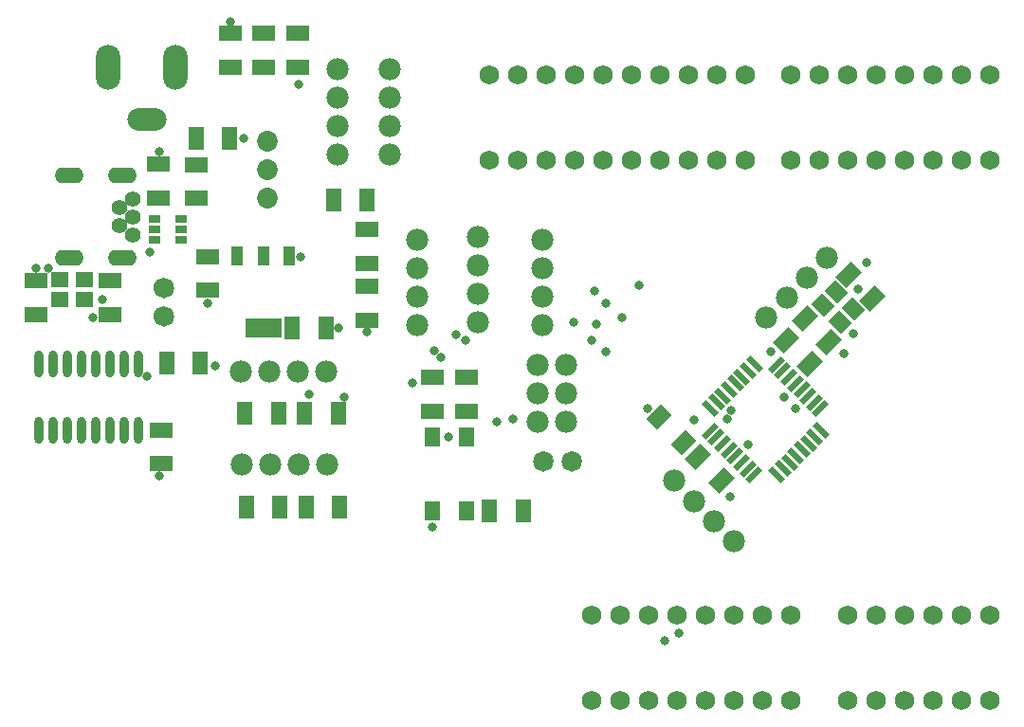
<source format=gts>
G04*
G04 #@! TF.GenerationSoftware,Altium Limited,Altium Designer,21.1.1 (26)*
G04*
G04 Layer_Color=8388736*
%FSLAX25Y25*%
%MOIN*%
G70*
G04*
G04 #@! TF.SameCoordinates,7D5D5EFA-C770-4444-A878-D417F12E0F6E*
G04*
G04*
G04 #@! TF.FilePolarity,Negative*
G04*
G01*
G75*
G04:AMPARAMS|DCode=25|XSize=54mil|YSize=73mil|CornerRadius=0mil|HoleSize=0mil|Usage=FLASHONLY|Rotation=135.000|XOffset=0mil|YOffset=0mil|HoleType=Round|Shape=Rectangle|*
%AMROTATEDRECTD25*
4,1,4,0.04490,0.00672,-0.00672,-0.04490,-0.04490,-0.00672,0.00672,0.04490,0.04490,0.00672,0.0*
%
%ADD25ROTATEDRECTD25*%

%ADD35C,0.00000*%
%ADD36R,0.07900X0.05200*%
%ADD37R,0.05524X0.06706*%
%ADD38R,0.05200X0.07900*%
G04:AMPARAMS|DCode=39|XSize=52mil|YSize=79mil|CornerRadius=0mil|HoleSize=0mil|Usage=FLASHONLY|Rotation=135.000|XOffset=0mil|YOffset=0mil|HoleType=Round|Shape=Rectangle|*
%AMROTATEDRECTD39*
4,1,4,0.04632,0.00955,-0.00955,-0.04632,-0.04632,-0.00955,0.00955,0.04632,0.04632,0.00955,0.0*
%
%ADD39ROTATEDRECTD39*%

G04:AMPARAMS|DCode=40|XSize=55.24mil|YSize=63.11mil|CornerRadius=0mil|HoleSize=0mil|Usage=FLASHONLY|Rotation=225.000|XOffset=0mil|YOffset=0mil|HoleType=Round|Shape=Rectangle|*
%AMROTATEDRECTD40*
4,1,4,-0.00278,0.04184,0.04184,-0.00278,0.00278,-0.04184,-0.04184,0.00278,-0.00278,0.04184,0.0*
%
%ADD40ROTATEDRECTD40*%

%ADD41R,0.04137X0.02956*%
%ADD42R,0.04100X0.07100*%
%ADD43R,0.13000X0.07100*%
%ADD44O,0.03200X0.09461*%
%ADD45R,0.06311X0.05524*%
G04:AMPARAMS|DCode=46|XSize=22mil|YSize=63.02mil|CornerRadius=0mil|HoleSize=0mil|Usage=FLASHONLY|Rotation=135.000|XOffset=0mil|YOffset=0mil|HoleType=Round|Shape=Rectangle|*
%AMROTATEDRECTD46*
4,1,4,0.03006,0.01450,-0.01450,-0.03006,-0.03006,-0.01450,0.01450,0.03006,0.03006,0.01450,0.0*
%
%ADD46ROTATEDRECTD46*%

G04:AMPARAMS|DCode=47|XSize=22mil|YSize=63.02mil|CornerRadius=0mil|HoleSize=0mil|Usage=FLASHONLY|Rotation=45.000|XOffset=0mil|YOffset=0mil|HoleType=Round|Shape=Rectangle|*
%AMROTATEDRECTD47*
4,1,4,0.01450,-0.03006,-0.03006,0.01450,-0.01450,0.03006,0.03006,-0.01450,0.01450,-0.03006,0.0*
%
%ADD47ROTATEDRECTD47*%

%ADD48C,0.07800*%
%ADD49C,0.07178*%
%ADD50C,0.07296*%
%ADD51O,0.13792X0.07887*%
%ADD52O,0.08674X0.15761*%
%ADD53C,0.06800*%
%ADD54O,0.10249X0.05524*%
%ADD55C,0.05524*%
%ADD56C,0.03300*%
D25*
X234849Y98151D02*
D03*
X226151Y106849D02*
D03*
D35*
X55390Y142500D02*
G03*
X55390Y142500I-3390J0D01*
G01*
Y152500D02*
G03*
X55390Y152500I-3390J0D01*
G01*
X198890Y91500D02*
G03*
X198890Y91500I-3390J0D01*
G01*
X188890D02*
G03*
X188890Y91500I-3390J0D01*
G01*
D36*
X87000Y230100D02*
D03*
Y241900D02*
D03*
X63500Y184000D02*
D03*
Y195800D02*
D03*
X158500Y120900D02*
D03*
Y109100D02*
D03*
X146500D02*
D03*
Y120900D02*
D03*
X33000Y154900D02*
D03*
Y143100D02*
D03*
X7000Y154900D02*
D03*
Y143100D02*
D03*
X99000Y230100D02*
D03*
Y241900D02*
D03*
X123500Y141100D02*
D03*
Y152900D02*
D03*
Y172900D02*
D03*
Y161100D02*
D03*
X51000Y102500D02*
D03*
Y90700D02*
D03*
X67500Y163500D02*
D03*
Y151700D02*
D03*
X75500Y230100D02*
D03*
Y241900D02*
D03*
X50000Y195900D02*
D03*
Y184100D02*
D03*
D37*
X158405Y99992D02*
D03*
X146595Y74008D02*
D03*
X158405D02*
D03*
X146595Y99992D02*
D03*
D38*
X113900Y75500D02*
D03*
X102100D02*
D03*
X113400Y108500D02*
D03*
X101600D02*
D03*
X166600Y74000D02*
D03*
X178400D02*
D03*
X92400Y108500D02*
D03*
X80600D02*
D03*
X92900Y75500D02*
D03*
X81100D02*
D03*
X111700Y183500D02*
D03*
X123500D02*
D03*
X75300Y205000D02*
D03*
X63500D02*
D03*
X53000Y126000D02*
D03*
X64800D02*
D03*
X97200Y138500D02*
D03*
X109000D02*
D03*
D39*
X239828Y93172D02*
D03*
X248172Y84828D02*
D03*
X292828Y157172D02*
D03*
X301172Y148828D02*
D03*
X285672Y133328D02*
D03*
X277328Y141672D02*
D03*
X279172Y125828D02*
D03*
X270828Y134172D02*
D03*
D40*
X294567Y144943D02*
D03*
X288443Y151068D02*
D03*
X289835Y140211D02*
D03*
X283710Y146336D02*
D03*
D41*
X58224Y176740D02*
D03*
Y173000D02*
D03*
Y169260D02*
D03*
X48923D02*
D03*
Y173000D02*
D03*
Y176740D02*
D03*
D42*
X77900Y163600D02*
D03*
X87000D02*
D03*
X96100D02*
D03*
D43*
X87000Y138400D02*
D03*
D44*
X43000Y125700D02*
D03*
X38000D02*
D03*
X33000D02*
D03*
X28000D02*
D03*
X23000D02*
D03*
X18000D02*
D03*
X13000D02*
D03*
X8000D02*
D03*
Y102300D02*
D03*
X13000D02*
D03*
X18000D02*
D03*
X23000D02*
D03*
X28000D02*
D03*
X33000D02*
D03*
X38000D02*
D03*
X43000D02*
D03*
D45*
X24000Y155193D02*
D03*
X15339D02*
D03*
X24000Y148500D02*
D03*
X15338D02*
D03*
D46*
X282970Y109914D02*
D03*
X280779Y112106D02*
D03*
X278516Y114369D02*
D03*
X276324Y116561D02*
D03*
X274061Y118824D02*
D03*
X271869Y121016D02*
D03*
X269606Y123278D02*
D03*
X267414Y125470D02*
D03*
X244029Y102086D02*
D03*
X246221Y99894D02*
D03*
X248484Y97631D02*
D03*
X250676Y95439D02*
D03*
X252939Y93176D02*
D03*
X255131Y90984D02*
D03*
X257394Y88722D02*
D03*
X259586Y86529D02*
D03*
D47*
X259722Y125607D02*
D03*
X257530Y123415D02*
D03*
X255268Y121152D02*
D03*
X253076Y118960D02*
D03*
X250813Y116697D02*
D03*
X248621Y114505D02*
D03*
X246358Y112243D02*
D03*
X244166Y110051D02*
D03*
X267551Y86666D02*
D03*
X269743Y88858D02*
D03*
X272005Y91121D02*
D03*
X274197Y93313D02*
D03*
X276460Y95575D02*
D03*
X278652Y97768D02*
D03*
X280915Y100030D02*
D03*
X283107Y102222D02*
D03*
D48*
X245571Y70429D02*
D03*
X252642Y63358D02*
D03*
X231429Y84571D02*
D03*
X238500Y77500D02*
D03*
X271000Y149000D02*
D03*
X263929Y141929D02*
D03*
X285142Y163142D02*
D03*
X278071Y156071D02*
D03*
X141000Y149500D02*
D03*
Y139500D02*
D03*
Y169500D02*
D03*
Y159500D02*
D03*
X131500Y219500D02*
D03*
Y229500D02*
D03*
Y199500D02*
D03*
Y209500D02*
D03*
X113000Y219500D02*
D03*
Y229500D02*
D03*
Y199500D02*
D03*
Y209500D02*
D03*
X183500Y125500D02*
D03*
X193500D02*
D03*
X183500Y115500D02*
D03*
X193500D02*
D03*
X183500Y105500D02*
D03*
X193500D02*
D03*
X89000Y123000D02*
D03*
X79000D02*
D03*
X109000D02*
D03*
X99000D02*
D03*
X89500Y90500D02*
D03*
X79500D02*
D03*
X109500D02*
D03*
X99500D02*
D03*
X185000Y149500D02*
D03*
Y139500D02*
D03*
Y169500D02*
D03*
Y159500D02*
D03*
X162500Y150500D02*
D03*
Y140500D02*
D03*
Y170500D02*
D03*
Y160500D02*
D03*
D49*
X52000Y142500D02*
D03*
Y152500D02*
D03*
X195500Y91500D02*
D03*
X185500D02*
D03*
D50*
X88500Y204000D02*
D03*
Y194000D02*
D03*
Y184000D02*
D03*
D51*
X46279Y211693D02*
D03*
D52*
X32500Y230000D02*
D03*
X56122D02*
D03*
D53*
X256500Y227500D02*
D03*
X246500D02*
D03*
X236500D02*
D03*
X226500D02*
D03*
X216500D02*
D03*
X206500D02*
D03*
X196500D02*
D03*
X186500D02*
D03*
X176500D02*
D03*
X166500D02*
D03*
X202500Y7500D02*
D03*
X212500D02*
D03*
X222500D02*
D03*
X232500D02*
D03*
X242500D02*
D03*
X252500D02*
D03*
X262500D02*
D03*
X272500D02*
D03*
X292500D02*
D03*
X302500D02*
D03*
X312500D02*
D03*
X322500D02*
D03*
X342500D02*
D03*
X332500D02*
D03*
X256500Y197500D02*
D03*
X246500D02*
D03*
X236500D02*
D03*
X226500D02*
D03*
X216500D02*
D03*
X206500D02*
D03*
X196500D02*
D03*
X186500D02*
D03*
X176500D02*
D03*
X166500D02*
D03*
X292500Y37500D02*
D03*
X302500D02*
D03*
X312500D02*
D03*
X322500D02*
D03*
X332500D02*
D03*
X342500D02*
D03*
Y197500D02*
D03*
X332500D02*
D03*
X322500D02*
D03*
X312500D02*
D03*
X302500D02*
D03*
X292500D02*
D03*
X282500D02*
D03*
X272500D02*
D03*
Y227500D02*
D03*
X282500D02*
D03*
X292500D02*
D03*
X302500D02*
D03*
X312500D02*
D03*
X322500D02*
D03*
X332500D02*
D03*
X342500D02*
D03*
X202500Y37500D02*
D03*
X212500D02*
D03*
X222500D02*
D03*
X232500D02*
D03*
X242500D02*
D03*
X252500D02*
D03*
X262500D02*
D03*
X272500D02*
D03*
D54*
X18875Y192146D02*
D03*
X37575D02*
D03*
Y162855D02*
D03*
X18875D02*
D03*
D55*
X41125Y171123D02*
D03*
Y177421D02*
D03*
X36386Y174273D02*
D03*
Y180571D02*
D03*
X41125Y183721D02*
D03*
D56*
X158000Y134000D02*
D03*
X70000Y125000D02*
D03*
X47000Y165000D02*
D03*
X154850Y136000D02*
D03*
X152000Y100000D02*
D03*
X139500Y119000D02*
D03*
X274000Y110000D02*
D03*
X270000Y114000D02*
D03*
X296000Y152000D02*
D03*
X299000Y161500D02*
D03*
X265500Y130000D02*
D03*
X291000Y129500D02*
D03*
X294500Y136500D02*
D03*
X7000Y159500D02*
D03*
X115500Y114000D02*
D03*
X103000Y115000D02*
D03*
X75500Y246000D02*
D03*
X99500Y224000D02*
D03*
X257500Y97500D02*
D03*
X251000Y79000D02*
D03*
X146500Y68500D02*
D03*
X50500Y86500D02*
D03*
X46000Y121500D02*
D03*
X27000Y142000D02*
D03*
X30500Y148500D02*
D03*
X11500Y159500D02*
D03*
X50500Y200500D02*
D03*
X80000Y205000D02*
D03*
X100000Y163500D02*
D03*
X123500Y137000D02*
D03*
X113500Y138500D02*
D03*
X67500Y147000D02*
D03*
X207500D02*
D03*
X204152Y139652D02*
D03*
X202500Y134000D02*
D03*
X196000Y140500D02*
D03*
X203500Y151500D02*
D03*
X174765Y106265D02*
D03*
X169000Y105500D02*
D03*
X219000Y153500D02*
D03*
X213000Y142000D02*
D03*
X207500Y130000D02*
D03*
X238500Y106000D02*
D03*
X149500Y128000D02*
D03*
X147000Y130500D02*
D03*
X228000Y28500D02*
D03*
X233000Y31000D02*
D03*
X251500Y109500D02*
D03*
X250000Y106500D02*
D03*
X222000Y110000D02*
D03*
M02*

</source>
